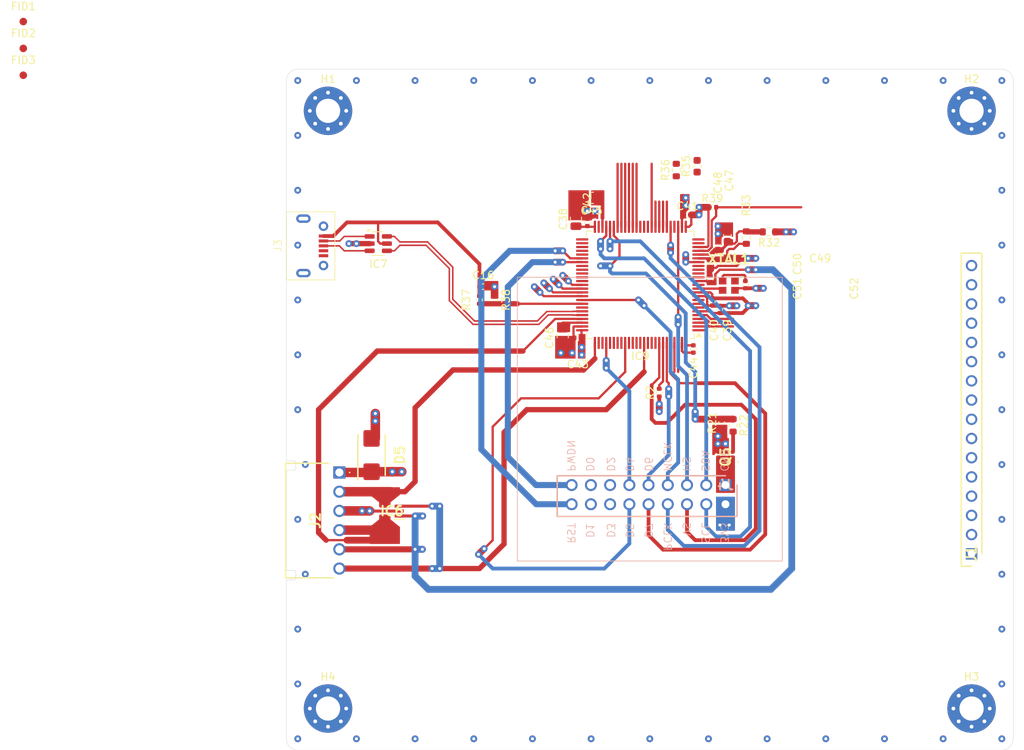
<source format=kicad_pcb>
(kicad_pcb (version 20240108) (generator "pcbnew") (generator_version "8.0")
  (layers (0 "F.Cu" signal) (1 "In1.Cu" signal) (2 "In2.Cu" signal) (31 "B.Cu" signal) (34 "B.Paste" user) (35 "F.Paste" user) (36 "B.SilkS" user "B.Silkscreen") (37 "F.SilkS" user "F.Silkscreen") (38 "B.Mask" user) (39 "F.Mask" user) (44 "Edge.Cuts" user))
  (net 0 "")
  (net 1 "/USB_OTG_HS_VBUS")
  (net 2 "GND")
  (net 3 "+3V3")
  (net 4 "/VCAP1")
  (net 5 "/VCAP2")
  (net 6 "/VDDA")
  (net 7 "/VREF+")
  (net 8 "/NRST")
  (net 9 "/SWCLK")
  (net 10 "/TRACE")
  (net 11 "/SWDIO")
  (net 12 "/USB_OTG_HS_D-")
  (net 13 "Net-(J3-D+)")
  (net 14 "Net-(J3-D-)")
  (net 15 "/USB_OTG_HS_D+")
  (net 16 "/D4")
  (net 20 "/D1")
  (net 21 "/CC1")
  (net 22 "/D3")
  (net 25 "/USB_VBUS")
  (net 27 "/D0")
  (net 31 "/VS")
  (net 40 "/FLT{slash}")
  (net 42 "/D5")
  (net 45 "/CAM_SCL")
  (net 47 "/MCLK")
  (net 48 "/INT_N")
  (net 50 "/D2")
  (net 51 "/COMMAND_DONE")
  (net 53 "/PWDN")
  (net 54 "/SCLK")
  (net 55 "/BOOT")
  (net 56 "/D6")
  (net 58 "/PCLK")
  (net 62 "/SDO")
  (net 64 "/SDI")
  (net 67 "/RST")
  (net 69 "/ADC_VBUS")
  (net 71 "/CAM_SDA")
  (net 72 "/NTC_2+")
  (net 76 "/nSEL")
  (net 77 "/nIRQ")
  (net 78 "/CC2")
  (net 80 "/HS")
  (net 81 "/RCC_OSC_IN")
  (net 82 "/CAM_3V3")
  (net 85 "/D7")
  (net 86 "/3V3")
  (net 87 "Net-(Q5-GATE)")
  (footprint "Resistor_SMD:R_0603_1608Metric" (layer "F.Cu") (at 138.75 71.5 180)
    (property "Reference" "R32")
    (property "Value" "0R")
  )
  (footprint "Capacitor_SMD:C_0402_1005Metric" (layer "F.Cu") (at 113.5 85.5 180)
    (property "Reference" "C43")
    (property "Value" "100n")
  )
  (footprint "Resistor_SMD:R_0603_1608Metric" (layer "F.Cu") (at 126.5 63.325 90)
    (property "Reference" "R36")
    (property "Value" "0R")
  )
  (footprint "SamacSys_Parts:RHDR16W82P0X254_1X16_4114X250X865P" (layer "F.Cu") (at 165.5 114.05 90)
    (property "Reference" "J1")
    (property "Value" "61301611821" (hide yes))
  )
  (footprint "Capacitor_SMD:C_0805_2012Metric" (layer "F.Cu") (at 115.3 67 180)
    (property "Reference" "C45")
    (property "Value" "2u2")
  )
  (footprint "Capacitor_SMD:C_0402_1005Metric" (layer "F.Cu") (at 128 69.25)
    (property "Reference" "C41")
    (property "Value" "100n")
  )
  (footprint "Resistor_SMD:R_0402_1005Metric" (layer "F.Cu") (at 124.25 92.75 90)
    (property "Reference" "R2")
    (property "Value" "10k")
  )
  (footprint "SamacSys_Parts:AbraconASDDV" (layer "F.Cu") (at 133.437 78.612 180)
    (property "Reference" "XTAL1")
    (property "Value" "ASDDV-8.000MHZ-LR-T" (hide yes))
  )
  (footprint "Capacitor_SMD:C_0603_1608Metric" (layer "F.Cu") (at 133.25 71.975 90)
    (property "Reference" "C47")
    (property "Value" "1u")
  )
  (footprint "Resistor_SMD:R_0402_1005Metric" (layer "F.Cu") (at 132.5 96.75 -90)
    (property "Reference" "R21")
    (property "Value" "100k")
  )
  (footprint "MountingHole:MountingHole_3.2mm_M3_Pad_Via" (layer "F.Cu") (at 165.5 55.5)
    (property "Reference" "H2")
    (property "Value" "MountingHole_Pad")
  )
  (footprint "SamacSys_Parts:22162060" (layer "F.Cu") (at 82 103.3 -90)
    (property "Reference" "J2")
    (property "Value" "22-16-2060" (hide yes))
  )
  (footprint "MountingHole:MountingHole_3.2mm_M3_Pad_Via" (layer "F.Cu") (at 80.5 55.5)
    (property "Reference" "H1")
    (property "Value" "MountingHole_Pad")
  )
  (footprint "Fiducial:Fiducial_1mm_Mask2mm" (layer "F.Cu") (at 40.25 50.8)
    (property "Reference" "FID3")
    (property "Value" "Fiducial")
  )
  (footprint "Capacitor_SMD:C_0402_1005Metric" (layer "F.Cu") (at 131 75.75 -90)
    (property "Reference" "C50")
    (property "Value" "100n")
  )
  (footprint "Capacitor_SMD:C_0805_2012Metric" (layer "F.Cu") (at 111.5 85.25 -90)
    (property "Reference" "C46")
    (property "Value" "2u2")
  )
  (footprint "Resistor_SMD:R_0603_1608Metric" (layer "F.Cu") (at 135.75 72.25 90)
    (property "Reference" "R33")
    (property "Value" "47R")
  )
  (footprint "Package_TO_SOT_SMD:SOT-23-6" (layer "F.Cu") (at 87.1375 73.05)
    (property "Reference" "IC7")
    (property "Value" "USBLC6-2SC6")
  )
  (footprint "Capacitor_SMD:C_0402_1005Metric" (layer "F.Cu") (at 132 73.27 90)
    (property "Reference" "C48")
    (property "Value" "100n")
  )
  (footprint "Resistor_SMD:R_0402_1005Metric" (layer "F.Cu") (at 102.5 80.49 90)
    (property "Reference" "R38")
    (property "Value" "3k3")
  )
  (footprint "SamacSys_Parts:MCR-B-S-RA-SMT-CS5A-NF-TR" (layer "F.Cu") (at 79.9 73.35 90)
    (property "Reference" "J3")
    (property "Value" "MCR-B-S-RA-SMT-CS5A-NF-TR")
  )
  (footprint "SamacSys_Parts:DMN1008UFDF7" (layer "F.Cu") (at 133 101.25 90)
    (property "Reference" "Q5")
    (property "Value" "DMN1008UFDF-7" (hide yes))
  )
  (footprint "Package_QFP:LQFP-100_14x14mm_P0.5mm" (layer "F.Cu") (at 121.75 78.5 180)
    (property "Reference" "IC9")
    (property "Value" "STM32H7A3VIT6")
  )
  (footprint "Capacitor_SMD:C_0603_1608Metric" (layer "F.Cu") (at 129.25 62.825 90)
    (property "Reference" "R35")
    (property "Value" "0R")
  )
  (footprint "Capacitor_SMD:C_0402_1005Metric" (layer "F.Cu") (at 131.27 80.75 -90)
    (property "Reference" "C40")
    (property "Value" "100n")
  )
  (footprint "MountingHole:MountingHole_3.2mm_M3_Pad_Via" (layer "F.Cu") (at 165.5 134.5)
    (property "Reference" "H3")
    (property "Value" "MountingHole_Pad")
  )
  (footprint "Capacitor_SMD:C_0603_1608Metric" (layer "F.Cu") (at 134 75)
    (property "Reference" "C49")
    (property "Value" "1u")
  )
  (footprint "Capacitor_SMD:C_0402_1005Metric" (layer "F.Cu") (at 131 77.75 90)
    (property "Reference" "C51")
    (property "Value" "100n")
  )
  (footprint "SamacSys_Parts:DIOM5436X265N" (layer "F.Cu") (at 86.25 101 90)
    (property "Reference" "D5")
    (property "Value" "SMLVT3V3" (hide yes))
  )
  (footprint "Capacitor_SMD:C_0402_1005Metric" (layer "F.Cu") (at 128.75 86.98 -90)
    (property "Reference" "C44")
    (property "Value" "100n")
  )
  (footprint "Capacitor_SMD:C_0402_1005Metric" (layer "F.Cu") (at 100.98 78.74 180)
    (property "Reference" "C16")
    (property "Value" "100n")
  )
  (footprint "Fiducial:Fiducial_1mm_Mask2mm" (layer "F.Cu") (at 40.25 43.7)
    (property "Reference" "FID1")
    (property "Value" "Fiducial")
  )
  (footprint "Fiducial:Fiducial_1mm_Mask2mm" (layer "F.Cu") (at 40.25 47.25)
    (property "Reference" "FID2")
    (property "Value" "Fiducial")
  )
  (footprint "Capacitor_SMD:C_0402_1005Metric" (layer "F.Cu") (at 114.75 70.25 90)
    (property "Reference" "C42")
    (property "Value" "100n")
  )
  (footprint "Resistor_SMD:R_0402_1005Metric" (layer "F.Cu") (at 131.25 68.25)
    (property "Reference" "R39")
    (property "Value" "10k")
  )
  (footprint "SamacSys_Parts:SOT65P210X110-5N" (layer "F.Cu") (at 88.95 108.4 180)
    (property "Reference" "IC6")
    (property "Value" "ESDALC6V1W5" (hide yes))
  )
  (footprint "Resistor_SMD:R_0603_1608Metric" (layer "F.Cu") (at 134 97.075 -90)
    (property "Reference" "R22")
    (property "Value" "169")
  )
  (footprint "Capacitor_SMD:C_0805_2012Metric" (layer "F.Cu") (at 113.25 69.8 90)
    (property "Reference" "C38")
    (property "Value" "4u7")
  )
  (footprint "Capacitor_SMD:C_0402_1005Metric" (layer "F.Cu") (at 135.624 78.474 90)
    (property "Reference" "C52")
    (property "Value" "10n")
  )
  (footprint "Capacitor_SMD:C_0402_1005Metric" (layer "F.Cu") (at 132.25 81.75 90)
    (property "Reference" "C39")
    (property "Value" "100n")
  )
  (footprint "Resistor_SMD:R_0402_1005Metric" (layer "F.Cu") (at 100.5 80.49 -90)
    (property "Reference" "R37")
    (property "Value" "1k69")
  )
  (footprint "MountingHole:MountingHole_3.2mm_M3_Pad_Via" (layer "F.Cu") (at 80.5 134.5)
    (property "Reference" "H4")
    (property "Value" "MountingHole_Pad")
  )
  (footprint "SamacSys_Parts:RHDR18W60P254_2X9_2337X500X889P" (layer "B.Cu") (at 133 104.96)
    (property "Reference" "J4")
    (property "Value" "RS2-18-G" (hide yes))
  )
  (gr_rect (start 105.5 77.5) (end 140.5 115) (stroke (width 0.1)) (fill none) (layer "B.SilkS"))
  (gr_arc (start 171 138.5) (mid 170.56066 139.56066) (end 169.5 140) (stroke (width 0.05)) (layer "Edge.Cuts"))
  (gr_arc (start 76.25 102.75) (mid 76.176777 102.926777) (end 76 103) (stroke (width 0.05)) (layer "Edge.Cuts"))
  (gr_arc (start 76.5 140) (mid 75.43934 139.56066) (end 75 138.5) (stroke (width 0.05)) (layer "Edge.Cuts"))
  (gr_line (start 75 103) (end 76 103) (stroke (width 0.05)) (layer "Edge.Cuts"))
  (gr_line (start 76.25 102) (end 76.25 102.75) (stroke (width 0.05)) (layer "Edge.Cuts"))
  (gr_line (start 75 51.5) (end 75 101.75) (stroke (width 0.05)) (layer "Edge.Cuts"))
  (gr_line (start 75 117.5) (end 76 117.5) (stroke (width 0.05)) (layer "Edge.Cuts"))
  (gr_line (start 171 51.5) (end 171 138.5) (stroke (width 0.05)) (layer "Edge.Cuts"))
  (gr_arc (start 169.5 50) (mid 170.56066 50.43934) (end 171 51.5) (stroke (width 0.05)) (layer "Edge.Cuts"))
  (gr_arc (start 76 116.25) (mid 76.176777 116.323223) (end 76.25 116.5) (stroke (width 0.05)) (layer "Edge.Cuts"))
  (gr_line (start 75 101.75) (end 76 101.75) (stroke (width 0.05)) (layer "Edge.Cuts"))
  (gr_arc (start 75 51.5) (mid 75.43934 50.43934) (end 76.5 50) (stroke (width 0.05)) (layer "Edge.Cuts"))
  (gr_line (start 75 103) (end 75 116.25) (stroke (width 0.05)) (layer "Edge.Cuts"))
  (gr_line (start 76.25 116.5) (end 76.25 117.25) (stroke (width 0.05)) (layer "Edge.Cuts"))
  (gr_arc (start 76.25 117.25) (mid 76.176777 117.426777) (end 76 117.5) (stroke (width 0.05)) (layer "Edge.Cuts"))
  (gr_arc (start 76 101.75) (mid 76.176777 101.823223) (end 76.25 102) (stroke (width 0.05)) (layer "Edge.Cuts"))
  (gr_line (start 76.5 50) (end 169.5 50) (stroke (width 0.05)) (layer "Edge.Cuts"))
  (gr_line (start 75 117.5) (end 75 138.5) (stroke (width 0.05)) (layer "Edge.Cuts"))
  (gr_line (start 75 116.25) (end 76 116.25) (stroke (width 0.05)) (layer "Edge.Cuts"))
  (gr_line (start 169.5 140) (end 76.5 140) (stroke (width 0.05)) (layer "Edge.Cuts"))
  (gr_text "MCLK" (at 124.75 103.25 270) (layer "B.SilkS") (effects (font (size 1 1) (thickness 0.1)) (justify left bottom mirror)))
  (gr_text "D2" (at 117.25 103.25 270) (layer "B.SilkS") (effects (font (size 1 1) (thickness 0.1)) (justify left bottom mirror)))
  (gr_text "D7" (at 122.25 112 270) (layer "B.SilkS") (effects (font (size 1 1) (thickness 0.1)) (justify left bottom mirror)))
  (gr_text "HS" (at 127.25 103.25 270) (layer "B.SilkS") (effects (font (size 1 1) (thickness 0.1)) (justify left bottom mirror)))
  (gr_text "VS" (at 127.25 111.75 270) (layer "B.SilkS") (effects (font (size 1 1) (thickness 0.1)) (justify left bottom mirror)))
  (gr_text "RST" (at 112 112.75 270) (layer "B.SilkS") (effects (font (size 1 1) (thickness 0.1)) (justify left bottom mirror)))
  (gr_text "D1" (at 114.5 112 270) (layer "B.SilkS") (effects (font (size 1 1) (thickness 0.1)) (justify left bottom mirror)))
  (gr_text "PWDN" (at 112 103.25 -90) (layer "B.SilkS") (effects (font (size 1 1) (thickness 0.1)) (justify left bottom mirror)))
  (gr_text "3V3" (at 132.25 112.75 -90) (layer "B.SilkS") (effects (font (size 1 1) (thickness 0.1)) (justify left bottom mirror)))
  (gr_text "D5" (at 119.75 112 270) (layer "B.SilkS") (effects (font (size 1 1) (thickness 0.1)) (justify left bottom mirror)))
  (gr_text "D6" (at 122.25 103.25 270) (layer "B.SilkS") (effects (font (size 1 1) (thickness 0.1)) (justify left bottom mirror)))
  (gr_text "GND" (at 132.25 103.25 270) (layer "B.SilkS") (effects (font (size 1 1) (thickness 0.1)) (justify left bottom mirror)))
  (gr_text "D3" (at 117.25 112 270) (layer "B.SilkS") (effects (font (size 1 1) (thickness 0.1)) (justify left bottom mirror)))
  (gr_text "SDA" (at 129.75 103.25 270) (layer "B.SilkS") (effects (font (size 1 1) (thickness 0.1)) (justify left bottom mirror)))
  (gr_text "D4" (at 119.75 103.25 270) (layer "B.SilkS") (effects (font (size 1 1) (thickness 0.1)) (justify left bottom mirror)))
  (gr_text "SCL" (at 129.75 112.75 270) (layer "B.SilkS") (effects (font (size 1 1) (thickness 0.1)) (justify left bottom mirror)))
  (gr_text "PCLK" (at 124.75 113.75 270) (layer "B.SilkS") (effects (font (size 1 1) (thickness 0.1)) (justify left bottom mirror)))
  (gr_text "D0" (at 114.5 103.25 -90) (layer "B.SilkS") (effects (font (size 1 1) (thickness 0.1)) (justify left bottom mirror)))
  (segment (start 87.4125 73.05) (end 87.1125 72.75) (width 0.3) (layer "F.Cu") (net 1))
  (segment (start 95 70.25) (end 100.5 75.75) (width 0.5) (layer "F.Cu") (net 1))
  (segment (start 88.275 73.05) (end 87.4125 73.05) (width 0.3) (layer "F.Cu") (net 1))
  (segment (start 81.2 72.05) (end 83 70.25) (width 0.5) (layer "F.Cu") (net 1))
  (segment (start 83 70.25) (end 95 70.25) (width 0.5) (layer "F.Cu") (net 1))
  (segment (start 79.9 72.05) (end 81.2 72.05) (width 0.5) (layer "F.Cu") (net 1))
  (segment (start 100.5 75.75) (end 100.5 78.75) (width 0.5) (layer "F.Cu") (net 1))
  (segment (start 87.1125 72.75) (end 87.1125 70.3875) (width 0.3) (layer "F.Cu") (net 1))
  (segment (start 100.5 78.74) (end 100.5 79.98) (width 0.5) (layer "F.Cu") (net 1))
  (segment (start 130.75 81.25) (end 131.23 81.25) (width 0.3) (layer "F.Cu") (net 2))
  (segment (start 82 108.38) (end 85 108.38) (width 1.25) (layer "F.Cu") (net 2))
  (segment (start 130.575 81.075) (end 130.75 81.25) (width 0.3) (layer "F.Cu") (net 2))
  (segment (start 132.8 77.2) (end 132.624 77.376) (width 0.3) (layer "F.Cu") (net 2))
  (segment (start 124.25 94.25) (end 124.25 95.25) (width 0.9) (layer "F.Cu") (net 2))
  (segment (start 132.25 81.27) (end 131.29 81.27) (width 0.5) (layer "F.Cu") (net 2))
  (segment (start 124.25 93.26) (end 124.25 94) (width 0.5) (layer "F.Cu") (net 2))
  (segment (start 131.23 81.25) (end 131.25 81.23) (width 0.3) (layer "F.Cu") (net 2))
  (segment (start 129.5 68.25) (end 129.5 68.75) (width 0.9) (layer "F.Cu") (net 2))
  (segment (start 133 100.56) (end 133 99.5) (width 0.5) (layer "F.Cu") (net 2))
  (segment (start 127.75 75.5) (end 127.75 74.5) (width 0.9) (layer "F.Cu") (net 2))
  (segment (start 84.25 73.05) (end 83.25 73.05) (width 0.7) (layer "F.Cu") (net 2))
  (segment (start 135.462 77.2) (end 132.8 77.2) (width 0.3) (layer "F.Cu") (net 2))
  (segment (start 132.062 100.6) (end 132.062 99.562) (width 0.5) (layer "F.Cu") (net 2))
  (segment (start 130.60387 73.5) (end 130.75 73.35387) (width 0.3) (layer "F.Cu") (net 2))
  (segment (start 129.425 80) (end 130.32812 80) (width 0.3) (layer "F.Cu") (net 2))
  (segment (start 128.48 69.25) (end 129.5 69.25) (width 0.9) (layer "F.Cu") (net 2))
  (segment (start 113 84) (end 114.075 84) (width 0.3) (layer "F.Cu") (net 2))
  (segment (start 86.02 108.4) (end 86 108.38) (width 0.4) (layer "F.Cu") (net 2))
  (segment (start 112.925 85.405) (end 112.925 84.075) (width 0.3) (layer "F.Cu") (net 2))
  (segment (start 130.75 68.26) (end 130.74 68.25) (width 0.3) (layer "F.Cu") (net 2))
  (segment (start 112.925 84.075) (end 113 84) (width 0.3) (layer "F.Cu") (net 2))
  (segment (start 131 76.23) (end 131.02 76.25) (width 0.3) (layer "F.Cu") (net 2))
  (segment (start 131.29 81.27) (end 131.25 81.23) (width 0.5) (layer "F.Cu") (net 2))
  (segment (start 127.46 87.46) (end 127.25 87.25) (width 0.3) (layer "F.Cu") (net 2))
  (segment (start 86.75 96.5) (end 86.75 95.5) (width 1.25) (layer "F.Cu") (net 2))
  (segment (start 133 100.56) (end 132.102 100.56) (width 0.5) (layer "F.Cu") (net 2))
  (segment (start 136 75) (end 137 75) (width 0.9) (layer "F.Cu") (net 2))
  (segment (start 131.75 76.25) (end 132 76) (width 0.3) (layer "F.Cu") (net 2))
  (segment (start 132.624 77.376) (end 132.624 78) (width 0.3) (layer "F.Cu") (net 2))
  (segment (start 85 108.38) (end 86 108.38) (width 1.25) (layer "F.Cu") (net 2))
  (segment (start 86 73.05) (end 84.25 73.05) (width 0.7) (layer "F.Cu") (net 2))
  (segment (start 132.062 99.562) (end 132 99.5) (width 0.5) (layer "F.Cu") (net 2))
  (segment (start 134.5 76) (end 134.775 75.725) (width 0.3) (layer "F.Cu") (net 2))
  (segment (start 86.75 98.8) (end 86.75 96.5) (width 1.25) (layer "F.Cu") (net 2))
  (segment (start 130.75 73.35387) (end 130.75 68.26) (width 0.3) (layer "F.Cu") (net 2))
  (segment (start 128.19375 70.825) (end 128.48 70.53875) (width 0.3) (layer "F.Cu") (net 2))
  (segment (start 128.48 70.53875) (end 128.48 69.25) (width 0.3) (layer "F.Cu") (net 2))
  (segment (start 129.425 73.5) (end 130.60387 73.5) (width 0.3) (layer "F.Cu") (net 2))
  (segment (start 132.102 100.56) (end 132.062 100.6) (width 0.5) (layer "F.Cu") (net 2))
  (segment (start 128.75 87.46) (end 127.46 87.46) (width 0.3) (layer "F.Cu") (net 2))
  (segment (start 113.02 85.5) (end 112.925 85.405) (width 0.3) (layer "F.Cu") (net 2))
  (segment (start 135.624 77.994) (end 135.624 77.362) (width 0.3) (layer "F.Cu") (net 2))
  (segment (start 131 77.27) (end 131 76.23) (width 0.3) (layer "F.Cu") (net 2))
  (segment (start 129.425 75.5) (end 127.75 75.5) (width 0.3) (layer "F.Cu") (net 2))
  (segment (start 132 76) (end 134.5 76) (width 0.3) (layer "F.Cu") (net 2))
  (segment (start 136 75) (end 134.775 75) (width 0.9) (layer "F.Cu") (net 2))
  (segment (start 127.25 87.25) (end 127.25 86.175) (width 0.3) (layer "F.Cu") (net 2))
  (segment (start 132.25 81.27) (end 133.5 81.27) (width 0.5) (layer "F.Cu") (net 2))
  (segment (start 130.32812 80) (end 130.575 80.24688) (width 0.3) (layer "F.Cu") (net 2))
  (segment (start 124.25 94) (end 124.25 94.25) (width 0.5) (layer "F.Cu") (net 2))
  (segment (start 129.5 69.25) (end 129.5 68.25) (width 0.9) (layer "F.Cu") (net 2))
  (segment (start 130.575 80.24688) (end 130.575 81.075) (width 0.3) (layer "F.Cu") (net 2))
  (segment (start 134.775 75.725) (end 134.775 75) (width 0.3) (layer "F.Cu") (net 2))
  (segment (start 131.02 76.25) (end 131.75 76.25) (width 0.3) (layer "F.Cu") (net 2))
  (segment (start 89.9 108.4) (end 86.02 108.4) (width 0.4) (layer "F.Cu") (net 2))
  (segment (start 127.75 70.825) (end 128.19375 70.825) (width 0.3) (layer "F.Cu") (net 2))
  (segment (start 129.5 68.25) (end 130.74 68.25) (width 0.9) (layer "F.Cu") (net 2))
  (segment (start 135.624 77.362) (end 135.462 77.2) (width 0.3) (layer "F.Cu") (net 2))
  (segment (start 134.5 81.27) (end 133.5 81.27) (width 0.9) (layer "F.Cu") (net 2))
  (via (at 138.5 138.5) (size 0.9) (drill 0.4) (layers "F.Cu" "B.Cu") (net 2))
  (via (at 76.5 131.25) (size 0.9) (drill 0.4) (layers "F.Cu" "B.Cu") (net 2))
  (via (at 129.5 68.25) (size 0.9) (drill 0.4) (layers "F.Cu" "B.Cu") (net 2))
  (via (at 132 99.5) (size 0.9) (drill 0.4) (layers "F.Cu" "B.Cu") (net 2))
  (via (at 76.5 109.5) (size 0.9) (drill 0.4) (layers "F.Cu" "B.Cu") (net 2))
  (via (at 86.75 95.5) (size 0.9) (drill 0.4) (layers "F.Cu" "B.Cu") (net 2))
  (via (at 154 138.5) (size 0.9) (drill 0.4) (layers "F.Cu" "B.Cu") (net 2))
  (via (at 146.25 51.5) (size 0.9) (drill 0.4) (layers "F.Cu" "B.Cu") (net 2))
  (via (at 99.75 138.5) (size 0.9) (drill 0.4) (layers "F.Cu" "B.Cu") (net 2))
  (via (at 169.5 73.25) (size 0.9) (drill 0.4) (layers "F.Cu" "B.Cu") (net 2))
  (via (at 169.5 87.75) (size 0.9) (drill 0.4) (layers "F.Cu" "B.Cu") (net 2))
  (via (at 86.75 96.5) (size 0.9) (drill 0.4) (layers "F.Cu" "B.Cu") (net 2))
  (via (at 129.5 69.25) (size 0.9) (drill 0.4) (layers "F.Cu" "B.Cu") (net 2))
  (via (at 130.75 138.5) (size 0.9) (drill 0.4) (layers "F.Cu" "B.Cu") (net 2))
  (via (at 127.75 74.5) (size 0.9) (drill 0.4) (layers "F.Cu" "B.Cu") (net 2))
  (via (at 161.75 138.5) (size 0.9) (drill 0.4) (layers "F.Cu" "B.Cu") (net 2))
  (via (at 76.5 58.75) (size 0.9) (drill 0.4) (layers "F.Cu" "B.Cu") (net 2))
  (via (at 133.5 81.27) (size 0.9) (drill 0.4) (layers "F.Cu" "B.Cu") (net 2))
  (via (at 76.5 66) (size 0.9) (drill 0.4) (layers "F.Cu" "B.Cu") (net 2))
  (via (at 76.5 80.5) (size 0.9) (drill 0.4) (layers "F.Cu" "B.Cu") (net 2))
  (via (at 161.75 51.5) (size 0.9) (drill 0.4) (layers "F.Cu" "B.Cu") (net 2))
  (via (at 123 51.5) (size 0.9) (drill 0.4) (layers "F.Cu" "B.Cu") (net 2))
  (via (at 146.25 138.5) (size 0.9) (drill 0.4) (layers "F.Cu" "B.Cu") (net 2))
  (via (at 132 71.75) (size 0.9) (drill 0.4) (layers "F.Cu" "B.Cu") (net 2))
  (via (at 169.5 80.5) (size 0.9) (drill 0.4) (layers "F.Cu" "B.Cu") (net 2))
  (via (at 115.25 51.5) (size 0.9) (drill 0.4) (layers "F.Cu" "B.Cu") (net 2))
  (via (at 169.5 66) (size 0.9) (drill 0.4) (layers "F.Cu" "B.Cu") (net 2))
  (via (at 169.5 109.5) (size 0.9) (drill 0.4) (layers "F.Cu" "B.Cu") (net 2))
  (via (at 169.5 95) (size 0.9) (drill 0.4) (layers "F.Cu" "B.Cu") (net 2))
  (via (at 132 98.5) (size 0.9) (drill 0.4) (layers "F.Cu" "B.Cu") (net 2))
  (via (at 84.25 73.05) (size 0.9) (drill 0.4) (layers "F.Cu" "B.Cu") (net 2))
  (via (at 136 75) (size 0.9) (drill 0.4) (layers "F.Cu" "B.Cu") (net 2))
  (via (at 169.5 116.75) (size 0.9) (drill 0.4) (layers "F.Cu" "B.Cu") (net 2))
  (via (at 92 138.5) (size 0.9) (drill 0.4) (layers "F.Cu" "B.Cu") (net 2))
  (via (at 92 51.5) (size 0.9) (drill 0.4) (layers "F.Cu" "B.Cu") (net 2))
  (via (at 77.5 102.25) (size 0.9) (drill 0.4) (layers "F.Cu" "B.Cu") (net 2))
  (via (at 169.5 102.25) (size 0.9) (drill 0.4) (layers "F.Cu" "B.Cu") (net 2))
  (via (at 76.5 87.75) (size 0.9) (drill 0.4) (layers "F.Cu" "B.Cu") (net 2))
  (via (at 76.5 95) (size 0.9) (drill 0.4) (layers "F.Cu" "B.Cu") (net 2))
  (via (at 123 138.5) (size 0.9) (drill 0.4) (layers "F.Cu" "B.Cu") (net 2))
  (via (at 111.25 87.5) (size 0.9) (drill 0.4) (layers "F.Cu" "B.Cu") (net 2))
  (via (at 132 70.75) (size 0.9) (drill 0.4) (layers "F.Cu" "B.Cu") (net 2))
  (via (at 124.25 94.25) (size 0.9) (drill 0.4) (layers "F.Cu" "B.Cu") (net 2))
  (via (at 169.5 131.25) (size 0.9) (drill 0.4) (layers "F.Cu" "B.Cu") (net 2))
  (via (at 127.75 75.5) (size 0.9) (drill 0.4) (layers "F.Cu" "B.Cu") (net 2))
  (via (at 115.75 68.75) (size 0.9) (drill 0.4) (layers "F.Cu" "B.Cu") (net 2))
  (via (at 84.25 51.5) (size 0.9) (drill 0.4) (layers "F.Cu" "B.Cu") (net 2))
  (via (at 83.25 73.05) (size 0.9) (drill 0.4) (layers "F.Cu" "B.Cu") (net 2))
  (via (at 130.75 51.5) (size 0.9) (drill 0.4) (layers "F.Cu" "B.Cu") (net 2))
  (via (at 85 108.38) (size 0.9) (drill 0.4) (layers "F.Cu" "B.Cu") (net 2))
  (via (at 169.5 124) (size 0.9) (drill 0.4) (layers "F.Cu" "B.Cu") (net 2))
  (via (at 133 99.5) (size 0.9) (drill 0.4) (layers "F.Cu" "B.Cu") (net 2))
  (via (at 99.75 51.5) (size 0.9) (drill 0.4) (layers "F.Cu" "B.Cu") (net 2))
  (via (at 154 51.5) (size 0.9) (drill 0.4) (layers "F.Cu" "B.Cu") (net 2))
  (via (at 107.5 138.5) (size 0.9) (drill 0.4) (layers "F.Cu" "B.Cu") (net 2))
  (via (at 114.75 68.75) (size 0.9) (drill 0.4) (layers "F.Cu" "B.Cu") (net 2))
  (via (at 137 75) (size 0.9) (drill 0.4) (layers "F.Cu" "B.Cu") (net 2))
  (via (at 112.75 87.5) (size 0.9) (drill 0.4) (layers "F.Cu" "B.Cu") (net 2))
  (via (at 84.25 138.5) (size 0.9) (drill 0.4) (layers "F.Cu" "B.Cu") (net 2))
  (via (at 102.5 78.74) (size 0.9) (drill 0.4) (layers "F.Cu" "B.Cu") (net 2))
  (via (at 76.5 73.25) (size 0.9) (drill 0.4) (layers "F.Cu" "B.Cu") (net 2))
  (via (at 76.5 51.5) (size 0.9) (drill 0.4) (layers "F.Cu" "B.Cu") (net 2))
  (via (at 76.5 124) (size 0.9) (drill 0.4) (layers "F.Cu" "B.Cu") (net 2))
  (via (at 86 108.38) (size 0.9) (drill 0.4) (layers "F.Cu" "B.Cu") (net 2))
  (via (at 169.5 138.5) (size 0.9) (drill 0.4) (layers "F.Cu" "B.Cu") (net 2))
  (via (at 107.5 51.5) (size 0.9) (drill 0.4) (layers "F.Cu" "B.Cu") (net 2))
  (via (at 169.5 51.5) (size 0.9) (drill 0.4) (layers "F.Cu" "B.Cu") (net 2))
  (via (at 115.25 138.5) (size 0.9) (drill 0.4) (layers "F.Cu" "B.Cu") (net 2))
  (via (at 138.5 51.5) (size 0.9) (drill 0.4) (layers "F.Cu" "B.Cu") (net 2))
  (via (at 76.5 138.5) (size 0.9) (drill 0.4) (layers "F.Cu" "B.Cu") (net 2))
  (via (at 77.5 116.75) (size 0.9) (drill 0.4) (layers "F.Cu" "B.Cu") (net 2))
  (via (at 124.25 95.25) (size 0.9) (drill 0.4) (layers "F.Cu" "B.Cu") (net 2))
  (via (at 134.5 81.27) (size 0.9) (drill 0.4) (layers "F.Cu" "B.Cu") (net 2))
  (via (at 169.5 58.75) (size 0.9) (drill 0.4) (layers "F.Cu" "B.Cu") (net 2))
  (segment (start 135.624 78.954) (end 134.52 78.954) (width 0.3) (layer "F.Cu") (net 3))
  (segment (start 86.75 103.2) (end 86.65 103.3) (width 1.25) (layer "F.Cu") (net 3))
  (segment (start 135.29 80.29) (end 136 81) (width 0.5) (layer "F.Cu") (net 3))
  (segment (start 127.25 69.52) (end 127.52 69.25) (width 0.3) (layer "F.Cu") (net 3))
  (segment (start 114.73 70.75) (end 114.75 70.73) (width 0.3) (layer "F.Cu") (net 3))
  (segment (start 131.23 82.23) (end 132.25 82.23) (width 0.3) (layer "F.Cu") (net 3))
  (segment (start 135.624 78.954) (end 137 78.954) (width 0.5) (layer "F.Cu") (net 3))
  (segment (start 131.25 80.27) (end 131.27 80.29) (width 0.5) (layer "F.Cu") (net 3))
  (segment (start 127.75 86.175) (end 127.75 86.5) (width 0.3) (layer "F.Cu") (net 3))
  (segment (start 135.27 82.23) (end 132.25 82.23) (width 0.5) (layer "F.Cu") (net 3))
  (segment (start 113.98 85.5) (end 113.98 84.595) (width 0.3) (layer "F.Cu") (net 3))
  (segment (start 115.75 70.825) (end 113.325 70.825) (width 0.3) (layer "F.Cu") (net 3))
  (segment (start 136 81) (end 136 81.25) (width 0.5) (layer "F.Cu") (net 3))
  (segment (start 136 81.5) (end 135.27 82.23) (width 0.5) (layer "F.Cu") (net 3))
  (segment (start 127.75 86.5) (end 128.75 86.5) (width 0.3) (layer "F.Cu") (net 3))
  (segment (start 141 71.5) (end 142 71.5) (width 0.9) (layer "F.Cu") (net 3))
  (segment (start 113.25 70.75) (end 113.27 70.73) (width 0.3) (layer "F.Cu") (net 3))
  (segment (start 129.425 79.5) (end 131 79.5) (width 0.3) (layer "F.Cu") (net 3))
  (segment (start 136 81.25) (end 136 81.5) (width 0.5) (layer "F.Cu") (net 3))
  (segment (start 137 78.954) (end 138 78.954) (width 0.9) (layer "F.Cu") (net 3))
  (segment (start 86.65 103.3) (end 82 103.3) (width 1.25) (layer "F.Cu") (net 3))
  (segment (start 132.23 82.25) (end 132.25 82.23) (width 0.3) (layer "F.Cu") (net 3))
  (segment (start 129.425 82) (end 131 82) (width 0.3) (layer "F.Cu") (net 3))
  (segment (start 131 82) (end 131.23 82.23) (width 0.3) (layer "F.Cu") (net 3))
  (segment (start 90.25 103.2) (end 89 103.2) (width 1.25) (layer "F.Cu") (net 3))
  (segment (start 113.98 84.595) (end 114.075 84.5) (width 0.3) (layer "F.Cu") (net 3))
  (segment (start 131.27 80.29) (end 135.29 80.29) (width 0.5) (layer "F.Cu") (net 3))
  (segment (start 134.52 78.954) (end 134.25 79.224) (width 0.3) (layer "F.Cu") (net 3))
  (segment (start 131.23 80.25) (end 131.25 80.27) (width 0.3) (layer "F.Cu") (net 3))
  (segment (start 136 81.25) (end 137 81.25) (width 0.9) (layer "F.Cu") (net 3))
  (segment (start 89 103.2) (end 86.75 103.2) (width 1.25) (layer "F.Cu") (net 3))
  (segment (start 139.575 71.5) (end 141 71.5) (width 0.9) (layer "F.Cu") (net 3))
  (segment (start 131.25 79.75) (end 131.25 80.27) (width 0.3) (layer "F.Cu") (net 3))
  (segment (start 131 79.5) (end 131.25 79.75) (width 0.3) (layer "F.Cu") (net 3))
  (segment (start 127.25 70.825) (end 127.25 69.52) (width 0.3) (layer "F.Cu") (net 3))
  (segment (start 113.325 70.825) (end 113.25 70.75) (width 0.3) (layer "F.Cu") (net 3))
  (via (at 138 78.954) (size 0.9) (drill 0.4) (layers "F.Cu" "B.Cu") (net 3))
  (via (at 89 103.2) (size 0.9) (drill 0.4) (layers "F.Cu" "B.Cu") (net 3))
  (via (at 114 87.75) (size 0.9) (drill 0.4) (layers "F.Cu" "B.Cu") (net 3))
  (via (at 141 71.5) (size 0.9) (drill 0.4) (layers "F.Cu" "B.Cu") (net 3))
  (via (at 127.75 67) (size 0.9) (drill 0.4) (layers "F.Cu" "B.Cu") (net 3))
  (via (at 127.75 68) (size 0.9) (drill 0.4) (layers "F.Cu" "B.Cu") (net 3))
  (via (at 137 78.954) (size 0.9) (drill 0.4) (layers "F.Cu" "B.Cu") (net 3))
  (via (at 90.25 103.2) (size 0.9) (drill 0.4) (layers "F.Cu" "B.Cu") (net 3))
  (via (at 142 71.5) (size 0.9) (drill 0.4) (layers "F.Cu" "B.Cu") (net 3))
  (via (at 137 81.25) (size 0.9) (drill 0.4) (layers "F.Cu" "B.Cu") (net 3))
  (via (at 114 86.75) (size 0.9) (drill 0.4) (layers "F.Cu" "B.Cu") (net 3))
  (via (at 136 81.25) (size 0.9) (drill 0.4) (layers "F.Cu" "B.Cu") (net 3))
  (via (at 132.25 110.25) (size 0.9) (drill 0.4) (layers "F.Cu" "B.Cu") (net 3))
  (via (at 133.5 110.25) (size 0.9) (drill 0.4) (layers "F.Cu" "B.Cu") (net 3))
  (segment (start 116.25 67) (end 116.75 67) (width 0.3) (layer "F.Cu") (net 4))
  (segment (start 116.75 67) (end 116.75 70.825) (width 0.3) (layer "F.Cu") (net 4))
  (segment (start 111.5 83.5) (end 114.075 83.5) (width 0.3) (layer "F.Cu") (net 5))
  (segment (start 111.5 84.3) (end 111.5 83.5) (width 0.3) (layer "F.Cu") (net 5))
  (segment (start 134.5 72.75) (end 134.2 73.05) (width 0.3) (layer "F.Cu") (net 6))
  (segment (start 137.925 71.5) (end 135.825 71.5) (width 0.7) (layer "F.Cu") (net 6))
  (segment (start 135.825 71.5) (end 135.75 71.425) (width 0.7) (layer "F.Cu") (net 6))
  (segment (start 132 73.75) (end 131.56161 73.75) (width 0.3) (layer "F.Cu") (net 6))
  (segment (start 130.81161 74.5) (end 129.425 74.5) (width 0.3) (layer "F.Cu") (net 6))
  (segment (start 135.75 71.425) (end 134.825 71.425) (width 0.3) (layer "F.Cu") (net 6))
  (segment (start 131.56161 73.75) (end 130.81161 74.5) (width 0.3) (layer "F.Cu") (net 6))
  (segment (start 134.825 71.425) (end 134.5 71.75) (width 0.3) (layer "F.Cu") (net 6))
  (segment (start 134.2 73.05) (end 133.25 73.05) (width 0.3) (layer "F.Cu") (net 6))
  (segment (start 134.5 71.75) (end 134.5 72.75) (width 0.3) (layer "F.Cu") (net 6))
  (segment (start 131 75.27) (end 131 75) (width 0.3) (layer "F.Cu") (net 7))
  (segment (start 131.27 75) (end 131 75.27) (width 0.3) (layer "F.Cu") (net 7))
  (segment (start 131 75) (end 129.425 75) (width 0.3) (layer "F.Cu") (net 7))
  (segment (start 133.5 73.75) (end 133.225 74.025) (width 0.3) (layer "F.Cu") (net 7))
  (segment (start 134.10387 73.75) (end 133.5 73.75) (width 0.3) (layer "F.Cu") (net 7))
  (segment (start 133.225 75) (end 129.425 75) (width 0.3) (layer "F.Cu") (net 7))
  (segment (start 134.77887 73.075) (end 134.10387 73.75) (width 0.3) (layer "F.Cu") (net 7))
  (segment (start 133.225 74.025) (end 133.225 74.75) (width 0.3) (layer "F.Cu") (net 7))
  (segment (start 135.75 73.075) (end 134.77887 73.075) (width 0.3) (layer "F.Cu") (net 7))
  (segment (start 132.25 76.5) (end 136 76.5) (width 0.3) (layer "F.Cu") (net 8))
  (segment (start 92 109.05) (end 93 109.05) (width 0.9) (layer "F.Cu") (net 8))
  (segment (start 82 113.46) (end 92.96 113.46) (width 0.8) (layer "F.Cu") (net 8))
  (segment (start 131.66 77.09) (end 132.25 76.5) (width 0.3) (layer "F.Cu") (net 8))
  (segment (start 131.66 78.05) (end 131.66 77.09) (width 0.3) (layer "F.Cu") (net 8))
  (segment (start 131 78.23) (end 131 78) (width 0.3) (layer "F.Cu") (net 8))
  (segment (start 131.48 78.23) (end 131.66 78.05) (width 0.3) (layer "F.Cu") (net 8))
  (segment (start 131 78.23) (end 131.48 78.23) (width 0.3) (layer "F.Cu") (net 8))
  (segment (start 136 76.5) (end 137 76.5) (width 0.9) (layer "F.Cu") (net 8))
  (segment (start 92 109.05) (end 89.9 109.05) (width 0.4) (layer "F.Cu") (net 8))
  (segment (start 92 113.46) (end 92.96 113.46) (width 0.9) (layer "F.Cu") (net 8))
  (segment (start 131 78) (end 129.425 78) (width 0.3) (layer "F.Cu") (net 8))
  (via (at 93 109.05) (size 0.9) (drill 0.4) (layers "F.Cu" "B.Cu") (net 8))
  (via (at 92 113.46) (size 0.9) (drill 0.4) (layers "F.Cu" "B.Cu") (net 8))
  (via (at 137 76.5) (size 0.9) (drill 0.4) (layers "F.Cu" "B.Cu") (net 8))
  (via (at 92 109.05) (size 0.9) (drill 0.4) (layers "F.Cu" "B.Cu") (net 8))
  (via (at 92.96 113.46) (size 0.9) (drill 0.4) (layers "F.Cu" "B.Cu") (net 8))
  (via (at 136 76.5) (size 0.9) (drill 0.4) (layers "F.Cu" "B.Cu") (net 8))
  (segment (start 141.75 116) (end 141.75 79) (width 0.9) (layer "B.Cu") (net 8))
  (segment (start 93.75 118.75) (end 139 118.75) (width 0.9) (layer "B.Cu") (net 8))
  (segment (start 141.75 79) (end 139.25 76.5) (width 0.9) (layer "B.Cu") (net 8))
  (segment (start 92 113.46) (end 92 117) (width 0.9) (layer "B.Cu") (net 8))
  (segment (start 92.96 113.46) (end 92 113.46) (width 0.9) (layer "B.Cu") (net 8))
  (segment (start 139 118.75) (end 141.75 116) (width 0.9) (layer "B.Cu") (net 8))
  (segment (start 92 109.05) (end 92 113.46) (width 0.9) (layer "B.Cu") (net 8))
  (segment (start 92 109.05) (end 93 109.05) (width 0.9) (layer "B.Cu") (net 8))
  (segment (start 92 117) (end 93.75 118.75) (width 0.9) (layer "B.Cu") (net 8))
  (segment (start 139.25 76.5) (end 137 76.5) (width 0.9) (layer "B.Cu") (net 8))
  (segment (start 115.75 88.25) (end 114.25 89.75) (width 0.7) (layer "F.Cu") (net 9))
  (segment (start 97 89.75) (end 92 94.75) (width 0.7) (layer "F.Cu") (net 9))
  (segment (start 114.25 89.75) (end 97 89.75) (width 0.7) (layer "F.Cu") (net 9))
  (segment (start 90.66 105.84) (end 88.75 105.84) (width 0.7) (layer "F.Cu") (net 9))
  (segment (start 92 94.75) (end 92 104.5) (width 0.7) (layer "F.Cu") (net 9))
  (segment (start 115.75 88.25) (end 115.75 86.175) (width 0.3) (layer "F.Cu") (net 9))
  (segment (start 92 104.5) (end 90.66 105.84) (width 0.7) (layer "F.Cu") (net 9))
  (segment (start 82 105.84) (end 88.75 105.84) (width 1.25) (layer "F.Cu") (net 9))
  (segment (start 95.25 116) (end 100.5 116) (width 0.7) (layer "F.Cu") (net 10))
  (segment (start 89.9 107.75) (end 94.25 107.75) (width 0.4) (layer "F.Cu") (net 10))
  (segment (start 100.5 116) (end 103.75 112.75) (width 0.7) (layer "F.Cu") (net 10))
  (segment (start 94.25 107.75) (end 95.25 107.75) (width 0.9) (layer "F.Cu") (net 10))
  (segment (start 117.25 95) (end 106.75 95) (width 0.7) (layer "F.Cu") (net 10))
  (segment (start 103.75 112.75) (end 103.75 98) (width 0.7) (layer "F.Cu") (net 10))
  (segment (start 82 116) (end 95.25 116) (width 0.8) (layer "F.Cu") (net 10))
  (segment (start 103.75 98) (end 106.75 95) (width 0.7) (layer "F.Cu") (net 10))
  (segment (start 122.25 86.175) (end 122.25 90) (width 0.3) (layer "F.Cu") (net 10))
  (segment (start 122.25 90) (end 117.25 95) (width 0.7) (layer "F.Cu") (net 10))
  (via (at 94.25 107.75) (size 0.9) (drill 0.4) (layers "F.Cu" "B.Cu") (net 10))
  (via (at 95.25 107.75) (size 0.9) (drill 0.4) (layers "F.Cu" "B.Cu") (net 10))
  (via (at 94.25 116) (size 0.9) (drill 0.4) (layers "F.Cu" "B.Cu") (net 10))
  (via (at 95.25 116) (size 0.9) (drill 0.4) (layers "F.Cu" "B.Cu") (net 10))
  (segment (start 95.25 107.75) (end 94.25 107.75) (width 0.9) (layer "B.Cu") (net 10))
  (segment (start 94.25 116) (end 95.25 116) (width 0.9) (layer "B.Cu") (net 10))
  (segment (start 95.25 107.75) (end 95.25 116) (width 0.9) (layer "B.Cu") (net 10))
  (segment (start 79.25 95) (end 87 87.25) (width 0.7) (layer "F.Cu") (net 11))
  (segment (start 83 112.25) (end 80.25 112.25) (width 0.3) (layer "F.Cu") (net 11))
  (segment (start 80.25 112.25) (end 79.25 111.25) (width 0.7) (layer "F.Cu") (net 11))
  (segment (start 89.25 112.25) (end 83 112.25) (width 0.9) (layer "F.Cu") (net 11))
  (segment (start 110.5 83) (end 106.25 87.25) (width 0.3) (layer "F.Cu") (net 11))
  (segment (start 114.075 83) (end 110.5 83) (width 0.3) (layer "F.Cu") (net 11))
  (segment (start 79.25 111.25) (end 79.25 95) (width 0.7) (layer "F.Cu") (net 11))
  (segment (start 89.25 110.92) (end 89.25 112.25) (width 0.8) (layer "F.Cu") (net 11))
  (segment (start 87 87.25) (end 106.25 87.25) (width 0.7) (layer "F.Cu") (net 11))
  (segment (start 82 110.92) (end 89.25 110.92) (width 1.25) (layer "F.Cu") (net 11))
  (segment (start 109.4068 82.025) (end 112.849999 82.025) (width 0.2) (layer "F.Cu") (net 12))
  (segment (start 112.874999 82) (end 114.075 82) (width 0.2) (layer "F.Cu") (net 12))
  (segment (start 93.6432 72.825) (end 96.975 76.1568) (width 0.2) (layer "F.Cu") (net 12))
  (segment (start 99.8432 83.275) (end 108.1568 83.275) (width 0.2) (layer "F.Cu") (net 12))
  (segment (start 89.993751 72.825) (end 93.6432 72.825) (width 0.2) (layer "F.Cu") (net 12))
  (segment (start 96.975 76.1568) (end 96.975 80.4068) (width 0.2) (layer "F.Cu") (net 12))
  (segment (start 108.1568 83.275) (end 109.4068 82.025) (width 0.2) (layer "F.Cu") (net 12))
  (segment (start 112.849999 82.025) (end 112.874999 82) (width 0.2) (layer "F.Cu") (net 12))
  (segment (start 96.975 80.4068) (end 99.8432 83.275) (width 0.2) (layer "F.Cu") (net 12))
  (segment (start 89.268751 72.1) (end 89.993751 72.825) (width 0.2) (layer "F.Cu") (net 12))
  (segment (start 88.275 72.1) (end 89.268751 72.1) (width 0.2) (layer "F.Cu") (net 12))
  (segment (start 79.9 73.35) (end 82 73.35) (width 0.2) (layer "F.Cu") (net 13))
  (segment (start 82.65 74) (end 86 74) (width 0.2) (layer "F.Cu") (net 13))
  (segment (start 82 73.35) (end 82.65 74) (width 0.2) (layer "F.Cu") (net 13))
  (segment (start 82.65 72.1) (end 86 72.1) (width 0.2) (layer "F.Cu") (net 14))
  (segment (start 79.9 72.7) (end 82.05 72.7) (width 0.2) (layer "F.Cu") (net 14))
  (segment (start 82.05 72.7) (end 82.65 72.1) (width 0.2) (layer "F.Cu") (net 14))
  (segment (start 89.268751 74) (end 89.993751 73.275) (width 0.2) (layer "F.Cu") (net 15))
  (segment (start 88.275 74) (end 89.268751 74) (width 0.2) (layer "F.Cu") (net 15))
  (segment (start 109.5932 82.475) (end 112.849999 82.475) (width 0.2) (layer "F.Cu") (net 15))
  (segment (start 96.525 80.5932) (end 99.6568 83.725) (width 0.2) (layer "F.Cu") (net 15))
  (segment (start 99.6568 83.725) (end 108.3432 83.725) (width 0.2) (layer "F.Cu") (net 15))
  (segment (start 89.993751 73.275) (end 93.4568 73.275) (width 0.2) (layer "F.Cu") (net 15))
  (segment (start 93.4568 73.275) (end 96.525 76.3432) (width 0.2) (layer "F.Cu") (net 15))
  (segment (start 108.3432 83.725) (end 109.5932 82.475) (width 0.2) (layer "F.Cu") (net 15))
  (segment (start 112.849999 82.475) (end 112.874999 82.5) (width 0.2) (layer "F.Cu") (net 15))
  (segment (start 112.874999 82.5) (end 114.075 82.5) (width 0.2) (layer "F.Cu") (net 15))
  (segment (start 96.525 76.3432) (end 96.525 80.5932) (width 0.2) (layer "F.Cu") (net 15))
  (segment (start 117.25 88.5) (end 117.25 89.5) (width 0.9) (layer "F.Cu") (net 16))
  (segment (start 130.82812 84) (end 134 84) (width 0.3) (layer "F.Cu") (net 16))
  (segment (start 130.32812 83.5) (end 130.82812 84) (width 0.3) (layer "F.Cu") (net 16))
  (segment (start 129.425 83.5) (end 130.32812 83.5) (width 0.3) (layer "F.Cu") (net 16))
  (segment (start 117.25 86.175) (end 117.25 88.5) (width 0.3) (layer "F.Cu") (net 16))
  (via (at 117.25 88.5) (size 0.9) (drill 0.4) (layers "F.Cu" "B.Cu") (net 16))
  (via (at 117.25 89.5) (size 0.9) (drill 0.4) (layers "F.Cu" "B.Cu") (net 16))
  (segment (start 120.3 92.55) (end 117.25 89.5) (width 0.5) (layer "B.Cu") (net 16))
  (segment (start 120.3 104.96) (end 120.3 92.55) (width 0.5) (layer "B.Cu") (net 16))
  (segment (start 117.25 89.5) (end 117.25 88.5) (width 0.9) (layer "B.Cu") (net 16))
  (segment (start 111 78.5) (end 111.5 79) (width 0.3) (layer "F.Cu") (net 20))
  (segment (start 111.5 79) (end 114.075 79) (width 0.3) (layer "F.Cu") (net 20))
  (segment (start 110.25 77.75) (end 111 78.5) (width 0.9) (layer "F.Cu") (net 20))
  (via (at 110.25 77.75) (size 0.9) (drill 0.4) (layers "F.Cu" "B.Cu") (net 20))
  (via (at 111 78.5) (size 0.9) (drill 0.4) (layers "F.Cu" "B.Cu") (net 20))
  (segment (start 124.75 70.825) (end 124.75 67.5) (width 0.3) (layer "F.Cu") (net 21))
  (segment (start 114.075 80) (end 109 80) (width 0.3) (layer "F.Cu") (net 22))
  (segment (start 109 80) (end 108.5 79.5) (width 0.3) (layer "F.Cu") (net 22))
  (segment (start 108.5 79.5) (end 107.75 78.75) (width 0.9) (layer "F.Cu") (net 22))
  (segment (start 126.75 86.175) (end 126.75 90) (width 0.3) (layer "F.Cu") (net 22))
  (via (at 107.75 78.75) (size 0.9) (drill 0.4) (layers "F.Cu" "B.Cu") (net 22))
  (via (at 108.5 79.5) (size 0.9) (drill 0.4) (layers "F.Cu" "B.Cu") (net 22))
  (segment (start 102.5 81) (end 114.075 81) (width 0.3) (layer "F.Cu") (net 25))
  (segment (start 100.5 81) (end 105.5 81) (width 0.7) (layer "F.Cu") (net 25))
  (segment (start 100.52 81) (end 100.51 80.99) (width 0.3) (layer "F.Cu") (net 25))
  (segment (start 111.5 77.25) (end 112.25 78) (width 0.9) (layer "F.Cu") (net 27))
  (segment (start 112.25 78) (end 112.75 78.5) (width 0.3) (layer "F.Cu") (net 27))
  (segment (start 112.75 78.5) (end 114.075 78.5) (width 0.3) (layer "F.Cu") (net 27))
  (via (at 112.25 78) (size 0.9) (drill 0.4) (layers "F.Cu" "B.Cu") (net 27))
  (via (at 111.5 77.25) (size 0.9) (drill 0.4) (layers "F.Cu" "B.Cu") (net 27))
  (segment (start 124.25 90.75) (end 124.25 86.175) (width 0.3) (layer "F.Cu") (net 31))
  (segment (start 123.25 91.75) (end 124.25 90.75) (width 0.3) (layer "F.Cu") (net 31))
  (segment (start 127.65 94.35) (end 135.1 94.35) (width 0.5) (layer "F.Cu") (net 31))
  (segment (start 135.1 94.35) (end 137 96.25) (width 0.5) (layer "F.Cu") (net 31))
  (segment (start 125.25 96.75) (end 127.65 94.35) (width 0.5) (layer "F.Cu") (net 31))
  (segment (start 137 96.25) (end 137 110.75) (width 0.5) (layer "F.Cu") (net 31))
  (segment (start 135.5 112.25) (end 129 112.25) (width 0.5) (layer "F.Cu") (net 31))
  (segment (start 123.25 91.75) (end 123.25 96.25) (width 0.5) (layer "F.Cu") (net 31))
  (segment (start 129 112.25) (end 127.92 111.17) (width 0.5) (layer "F.Cu") (net 31))
  (segment (start 123.75 96.75) (end 125.25 96.75) (width 0.5) (layer "F.Cu") (net 31))
  (segment (start 127.92 111.17) (end 127.92 107.5) (width 0.5) (layer "F.Cu") (net 31))
  (segment (start 123.25 96.25) (end 123.75 96.75) (width 0.5) (layer "F.Cu") (net 31))
  (segment (start 137 110.75) (end 135.5 112.25) (width 0.5) (layer "F.Cu") (net 31))
  (segment (start 123.25 70.825) (end 123.25 62.5) (width 0.3) (layer "F.Cu") (net 40))
  (segment (start 102.25 97.25) (end 102.25 112.25) (width 0.3) (layer "F.Cu") (net 42))
  (segment (start 119.75 90) (end 117.875 91.875) (width 0.3) (layer "F.Cu") (net 42))
  (segment (start 117.875 91.875) (end 117.75 92) (width 0.3) (layer "F.Cu") (net 42))
  (segment (start 106 93.5) (end 102.25 97.25) (width 0.3) (layer "F.Cu") (net 42))
  (segment (start 116.25 93.5) (end 106 93.5) (width 0.3) (layer "F.Cu") (net 42))
  (segment (start 102.25 112.25) (end 101.125 113.375) (width 0.3) (layer "F.Cu") (net 42))
  (segment (start 117.875 91.875) (end 116.25 93.5) (width 0.3) (layer "F.Cu") (net 42))
  (segment (start 101.125 113.375) (end 100.375 114.125) (width 0.9) (layer "F.Cu") (net 42))
  (segment (start 119.75 86.175) (end 119.75 90) (width 0.3) (layer "F.Cu") (net 42))
  (segment (start 100.375 114.125) (end 100.25 114.25) (width 0.3) (layer "F.Cu") (net 42))
  (via (at 100.375 114.125) (size 0.9) (drill 0.4) (layers "F.Cu" "B.Cu") (net 42))
  (via (at 101.125 113.375) (size 0.9) (drill 0.4) (layers "F.Cu" "B.Cu") (net 42))
  (segment (start 117 116) (end 120.3 112.7) (width 0.5) (layer "B.Cu") (net 42))
  (segment (start 120.3 112.7) (end 120.3 107.5) (width 0.5) (layer "B.Cu") (net 42))
  (segment (start 102.25 116) (end 117 116) (width 0.5) (layer "B.Cu") (net 42))
  (segment (start 100.375 114.125) (end 102.25 116) (width 0.5) (layer "B.Cu") (net 42))
  (segment (start 117.75 73.5) (end 117.75 73.75) (width 0.3) (layer "F.Cu") (net 45))
  (segment (start 117.75 72.75) (end 117.75 73.75) (width 0.9) (layer "F.Cu") (net 45))
  (segment (start 117.75 70.825) (end 117.75 72.75) (width 0.3) (layer "F.Cu") (net 45))
  (via (at 117.75 72.75) (size 0.9) (drill 0.4) (layers "F.Cu" "B.Cu") (net 45))
  (via (at 117.75 73.75) (size 0.9) (drill 0.4) (layers "F.Cu" "B.Cu") (net 45))
  (segment (start 136.25 110.5) (end 135 111.75) (width 0.5) (layer "B.Cu") (net 45))
  (segment (start 117.75 72.75) (end 121.75 72.75) (width 0.5) (layer "B.Cu") (net 45))
  (segment (start 121.75 72.75) (end 136.25 87.25) (width 0.5) (layer "B.Cu") (net 45))
  (segment (start 136.25 87.25) (end 136.25 110.5) (width 0.5) (layer "B.Cu") (net 45))
  (segment (start 130.46 110.46) (end 130.46 107.5) (width 0.5) (layer "B.Cu") (net 45))
  (segment (start 117.75 72.75) (end 117.75 73.75) (width 0.9) (layer "B.Cu") (net 45))
  (segment (start 135 111.75) (end 131.75 111.75) (width 0.5) (layer "B.Cu") (net 45))
  (segment (start 131.75 111.75) (end 130.46 110.46) (width 0.5) (layer "B.Cu") (net 45))
  (segment (start 121.5 80.5) (end 122.25 81.25) (width 0.9) (layer "F.Cu") (net 47))
  (segment (start 114.075 80.5) (end 121.5 80.5) (width 0.3) (layer "F.Cu") (net 47))
  (via (at 122.25 81.25) (size 0.9) (drill 0.4) (layers "F.Cu" "B.Cu") (net 47))
  (via (at 121.5 80.5) (size 0.9) (drill 0.4) (layers "F.Cu" "B.Cu") (net 47))
  (segment (start 125.75 90) (end 126.75 91) (width 0.5) (layer "B.Cu") (net 47))
  (segment (start 122.25 81.25) (end 125.75 84.75) (width 0.5) (layer "B.Cu") (net 47))
  (segment (start 125.38 103.37) (end 125.38 104.96) (width 0.5) (layer "B.Cu") (net 47))
  (segment (start 125.75 84.75) (end 125.75 90) (width 0.5) (layer "B.Cu") (net 47))
  (segment (start 126.75 102) (end 125.38 103.37) (width 0.5) (layer "B.Cu") (net 47))
  (segment (start 122.25 81.25) (end 121.5 80.5) (width 0.9) (layer "B.Cu") (net 47))
  (segment (start 126.75 91) (end 126.75 102) (width 0.5) (layer "B.Cu") (net 47))
  (segment (start 125.25 70.825) (end 125.25 67.5) (width 0.3) (layer "F.Cu") (net 48))
  (segment (start 110.25 79.5) (end 114.075 79.5) (width 0.3) (layer "F.Cu") (net 50))
  (segment (start 109.75 79) (end 110.25 79.5) (width 0.3) (layer "F.Cu") (net 50))
  (segment (start 109.75 79) (end 109 78.25) (width 0.9) (layer "F.Cu") (net 50))
  (segment (start 126.25 86.175) (end 126.25 90) (width 0.3) (layer "F.Cu") (net 50))
  (via (at 109.75 79) (size 0.9) (drill 0.4) (layers "F.Cu" "B.Cu") (net 50))
  (via (at 109 78.25) (size 0.9) (drill 0.4) (layers "F.Cu" "B.Cu") (net 50))
  (segment (start 121.25 70.825) (end 121.25 62.5) (width 0.3) (layer "F.Cu") (net 51))
  (segment (start 114.075 75.5) (end 111.5 75.5) (width 0.3) (layer "F.Cu") (net 53))
  (segment (start 111.5 75.5) (end 110.5 75.5) (width 0.9) (layer "F.Cu") (net 53))
  (via (at 110.5 75.5) (size 0.9) (drill 0.4) (layers "F.Cu" "B.Cu") (net 53))
  (via (at 111.5 75.5) (size 0.9) (drill 0.4) (layers "F.Cu" "B.Cu") (net 53))
  (segment (start 111.5 75.5) (end 107.5 75.5) (width 0.8) (layer "B.Cu") (net 53))
  (segment (start 107.96 104.96) (end 112.68 104.96) (width 0.8) (layer "B.Cu") (net 53))
  (segment (start 104.25 78.75) (end 104.25 101.25) (width 0.8) (layer "B.Cu") (net 53))
  (segment (start 104.25 101.25) (end 107.96 104.96) (width 0.8) (layer "B.Cu") (net 53))
  (segment (start 107.5 75.5) (end 104.25 78.75) (width 0.8) (layer "B.Cu") (net 53))
  (segment (start 119.75 70.825) (end 119.75 62.5) (width 0.3) (layer "F.Cu") (net 54))
  (segment (start 124.75 86.175) (end 124.75 91.25) (width 0.3) (layer "F.Cu") (net 55))
  (segment (start 124.75 91.25) (end 124.25 91.75) (width 0.3) (layer "F.Cu") (net 55))
  (segment (start 124.25 91.75) (end 124.25 92.24) (width 0.3) (layer "F.Cu") (net 55))
  (segment (start 125.25 86.175) (end 125.25 91.25) (width 0.3) (layer "F.Cu") (net 56))
  (segment (start 130.43199 83) (end 130.93199 83.5) (width 0.3) (layer "F.Cu") (net 56))
  (segment (start 125.5 91.5) (end 125.5 92.25) (width 0.3) (layer "F.Cu") (net 56))
  (segment (start 125.5 92.25) (end 125.5 93.25) (width 0.9) (layer "F.Cu") (net 56))
  (segment (start 125.5 92.25) (end 125.5 92.5) (width 0.3) (layer "F.Cu") (net 56))
  (segment (start 125.5 93.25) (end 125.5 93.5) (width 0.3) (layer "F.Cu") (net 56))
  (segment (start 129.425 83) (end 130.43199 83) (width 0.3) (layer "F.Cu") (net 56))
  (segment (start 130.93199 83.5) (end 134 83.5) (width 0.3) (layer "F.Cu") (net 56))
  (segment (start 125.25 91.25) (end 125.5 91.5) (width 0.3) (layer "F.Cu") (net 56))
  (via (at 125.5 92.25) (size 0.9) (drill 0.4) (layers "F.Cu" "B.Cu") (net 56))
  (via (at 125.5 93.25) (size 0.9) (drill 0.4) (layers "F.Cu" "B.Cu") (net 56))
  (segment (start 125.5 101) (end 125.5 93.25) (width 0.5) (layer "B.Cu") (net 56))
  (segment (start 125.5 93.25) (end 125.5 92.25) (width 0.9) (layer "B.Cu") (net 56))
  (segment (start 122.84 103.66) (end 125.5 101) (width 0.5) (layer "B.Cu") (net 56))
  (segment (start 122.84 104.96) (end 122.84 103.66) (width 0.5) (layer "B.Cu") (net 56))
  (segment (start 125.75 73.25) (end 125.75 74.25) (width 0.9) (layer "F.Cu") (net 58))
  (segment (start 125.75 70.825) (end 125.75 73.25) (width 0.3) (layer "F.Cu") (net 58))
  (via (at 125.75 74.25) (size 0.9) (drill 0.4) (layers "F.Cu" "B.Cu") (net 58))
  (via (at 125.75 73.25) (size 0.9) (drill 0.4) (layers "F.Cu" "B.Cu") (net 58))
  (segment (start 125.75 74.25) (end 125.75 75) (width 0.5) (layer "B.Cu") (net 58))
  (segment (start 125.38 110.88) (end 125.38 107.5) (width 0.5) (layer "B.Cu") (net 58))
  (segment (start 137.5 86.75) (end 137.5 111) (width 0.5) (layer "B.Cu") (net 58))
  (segment (start 125.75 75) (end 137.5 86.75) (width 0.5) (layer "B.Cu") (net 58))
  (segment (start 127.5 113) (end 125.38 110.88) (width 0.5) (layer "B.Cu") (net 58))
  (segment (start 137.5 111) (end 135.5 113) (width 0.5) (layer "B.Cu") (net 58))
  (segment (start 135.5 113) (end 127.5 113) (width 0.5) (layer "B.Cu") (net 58))
  (segment (start 119.25 70.825) (end 119.25 62.5) (width 0.3) (layer "F.Cu") (net 62))
  (segment (start 118.75 70.825) (end 118.75 62.5) (width 0.3) (layer "F.Cu") (net 64))
  (segment (start 111.5 74) (end 112.5 75) (width 0.3) (layer "F.Cu") (net 67))
  (segment (start 111.5 74) (end 110.5 74) (width 0.9) (layer "F.Cu") (net 67))
  (segment (start 112.5 75) (end 114.075 75) (width 0.3) (layer "F.Cu") (net 67))
  (via (at 111.5 74) (size 0.9) (drill 0.4) (layers "F.Cu" "B.Cu") (net 67))
  (via (at 110.5 74) (size 0.9) (drill 0.4) (layers "F.Cu" "B.Cu") (net 67))
  (segment (start 104.5 74) (end 100.75 77.75) (width 0.8) (layer "B.Cu") (net 67))
  (segment (start 111.5 74) (end 104.5 74) (width 0.8) (layer "B.Cu") (net 67))
  (segment (start 100.75 100.25) (end 108 107.5) (width 0.8) (layer "B.Cu") (net 67))
  (segment (start 108 107.5) (end 112.68 107.5) (width 0.8) (layer "B.Cu") (net 67))
  (segment (start 100.75 77.75) (end 100.75 100.25) (width 0.8) (layer "B.Cu") (net 67))
  (segment (start 123.75 70.825) (end 123.75 67.5) (width 0.3) (layer "F.Cu") (net 69))
  (segment (start 117.25 72) (end 117 72.25) (width 0.3) (layer "F.Cu") (net 71))
  (segment (start 117.25 70.825) (end 117.25 72) (width 0.3) (layer "F.Cu") (net 71))
  (segment (start 116.5 72.75) (end 116.5 73.75) (width 0.9) (layer "F.Cu") (net 71))
  (segment (start 116.5 73.75) (end 116.5 73.5) (width 0.3) (layer "F.Cu") (net 71))
  (segment (start 117 72.25) (end 116.5 72.75) (width 0.3) (layer "F.Cu") (net 71))
  (via (at 116.5 73.75) (size 0.9) (drill 0.4) (layers "F.Cu" "B.Cu") (net 71))
  (via (at 116.5 72.75) (size 0.9) (drill 0.4) (layers "F.Cu" "B.Cu") (net 71))
  (segment (start 130.46 83.21) (end 130.46 104.96) (width 0.5) (layer "B.Cu") (net 71))
  (segment (start 117 75) (end 122.25 75) (width 0.5) (layer "B.Cu") (net 71))
  (segment (start 116.5 74.5) (end 117 75) (width 0.5) (layer "B.Cu") (net 71))
  (segment (start 116.5 72.75) (end 116.5 73.75) (width 0.9) (layer "B.Cu") (net 71))
  (segment (start 116.5 73.75) (end 116.5 74.5) (width 0.5) (layer "B.Cu") (net 71))
  (segment (start 122.25 75) (end 130.46 83.21) (width 0.5) (layer "B.Cu") (net 71))
  (segment (start 130.70774 74) (end 131.177 73.53074) (width 0.3) (layer "F.Cu") (net 72))
  (segment (start 131.177 73.53074) (end 131.177 70) (width 0.3) (layer "F.Cu") (net 72))
  (segment (start 129.425 74) (end 130.70774 74) (width 0.3) (layer "F.Cu") (net 72))
  (segment (start 131.76 69.417) (end 131.76 68.25) (width 0.3) (layer "F.Cu") (net 72))
  (segment (start 131.76 68.25) (end 143 68.25) (width 0.3) (layer "F.Cu") (net 72))
  (segment (start 131.177 70) (end 131.76 69.417) (width 0.3) (layer "F.Cu") (net 72))
  (segment (start 120.25 70.825) (end 120.25 62.5) (width 0.3) (layer "F.Cu") (net 76))
  (segment (start 120.75 70.825) (end 120.75 62.5) (width 0.3) (layer "F.Cu") (net 77))
  (segment (start 124.25 70.825) (end 124.25 67.5) (width 0.3) (layer "F.Cu") (net 78))
  (segment (start 126.5 82.75) (end 126.75 82.5) (width 0.3) (layer "F.Cu") (net 80))
  (segment (start 126.75 82.75) (end 126.75 83.75) (width 0.9) (layer "F.Cu") (net 80))
  (segment (start 126.75 82.75) (end 126.75 70.825) (width 0.3) (layer "F.Cu") (net 80))
  (via (at 126.75 82.75) (size 0.9) (drill 0.4) (layers "F.Cu" "B.Cu") (net 80))
  (via (at 126.75 83.75) (size 0.9) (drill 0.4) (layers "F.Cu" "B.Cu") (net 80))
  (segment (start 126.75 83.75) (end 126.75 89.25) (width 0.5) (layer "B.Cu") (net 80))
  (segment (start 127.92 90.42) (end 127.92 104.96) (width 0.5) (layer "B.Cu") (net 80))
  (segment (start 126.75 89.25) (end 127.92 90.42) (width 0.5) (layer "B.Cu") (net 80))
  (segment (start 126.75 82.75) (end 126.75 83.75) (width 0.9) (layer "B.Cu") (net 80))
  (segment (start 129.425 79) (end 132.4 79) (width 0.3) (layer "F.Cu") (net 81))
  (segment (start 132.486 79.362) (end 132.624 79.224) (width 0.3) (layer "F.Cu") (net 81))
  (segment (start 132.4 79) (end 132.624 79.224) (width 0.3) (layer "F.Cu") (net 81))
  (segment (start 132.348 79.5) (end 132.624 79.224) (width 0.3) (layer "F.Cu") (net 81))
  (segment (start 119 74.75) (end 117.75 76) (width 0.3) (layer "F.Cu") (net 82))
  (segment (start 129 96.25) (end 132.49 96.25) (width 0.9) (layer "F.Cu") (net 82))
  (segment (start 132.49 96.25) (end 132.5 96.24) (width 0.9) (layer "F.Cu") (net 82))
  (segment (start 118.25 70.825) (end 118.25 72) (width 0.3) (layer "F.Cu") (net 82))
  (segment (start 134.01 96.24) (end 134 96.25) (width 0.9) (layer "F.Cu") (net 82))
  (segment (start 117.75 76) (end 116.5 76) (width 0.9) (layer "F.Cu") (net 82))
  (segment (start 119 72.75) (end 119 74.75) (width 0.3) (layer "F.Cu") (net 82))
  (segment (start 118.25 72) (end 119 72.75) (width 0.3) (layer "F.Cu") (net 82))
  (segment (start 133.99 96.24) (end 134 96.25) (width 0.9) (layer "F.Cu") (net 82))
  (segment (start 129 96.25) (end 129 95.25) (width 0.9) (layer "F.Cu") (net 82))
  (segment (start 132.5 96.24) (end 133.99 96.24) (width 0.9) (layer "F.Cu") (net 82))
  (via (at 129 95.25) (size 0.9) (drill 0.4) (layers "F.Cu" "B.Cu") (net 82))
  (via (at 116.5 76) (size 0.9) (drill 0.4) (layers "F.Cu" "B.Cu") (net 82))
  (via (at 117.75 76) (size 0.9) (drill 0.4) (layers "F.Cu" "B.Cu") (net 82))
  (via (at 129 96.25) (size 0.9) (drill 0.4) (layers "F.Cu" "B.Cu") (net 82))
  (segment (start 127.75 88.75) (end 127.75 82.25) (width 0.5) (layer "B.Cu") (net 82))
  (segment (start 122.5 77) (end 118 77) (width 0.5) (layer "B.Cu") (net 82))
  (segment (start 127.75 82.25) (end 122.5 77) (width 0.5) (layer "B.Cu") (net 82))
  (segment (start 129 95.25) (end 129 96.25) (width 0.9) (layer "B.Cu") (net 82))
  (segment (start 116.5 76) (end 117.75 76) (width 0.9) (layer "B.Cu") (net 82))
  (segment (start 117.75 76.75) (end 117.75 76) (width 0.5) (layer "B.Cu") (net 82))
  (segment (start 118 77) (end 117.75 76.75) (width 0.5) (layer "B.Cu") (net 82))
  (segment (start 129 90) (end 127.75 88.75) (width 0.5) (layer "B.Cu") (net 82))
  (segment (start 129 95.25) (end 129 90) (width 0.5) (layer "B.Cu") (net 82))
  (segment (start 125.75 90.25) (end 125.75 86.175) (width 0.3) (layer "F.Cu") (net 85))
  (segment (start 131.03586 83) (end 134 83) (width 0.3) (layer "F.Cu") (net 85))
  (segment (start 136.25 113.5) (end 124.75 113.5) (width 0.5) (layer "F.Cu") (net 85))
  (segment (start 130.53586 82.5) (end 131.01793 82.98207) (width 0.3) (layer "F.Cu") (net 85))
  (segment (start 138.25 111.5) (end 136.25 113.5) (width 0.5) (layer "F.Cu") (net 85))
  (segment (start 127 91.5) (end 125.75 90.25) (width 0.3) (layer "F.Cu") (net 85))
  (segment (start 129.425 82.5) (end 130.53586 82.5) (width 0.3) (layer "F.Cu") (net 85))
  (segment (start 134.25 91.5) (end 138.25 95.5) (width 0.5) (layer "F.Cu") (net 85))
  (segment (start 129 91.5) (end 127 91.5) (width 0.3) (layer "F.Cu") (net 85))
  (segment (start 138.25 95.5) (end 138.25 111.5) (width 0.5) (layer "F.Cu") (net 85))
  (segment (start 122.84 111.59) (end 122.84 107.5) (width 0.5) (layer "F.Cu") (net 85))
  (segment (start 129 91.5) (end 134.25 91.5) (width 0.5) (layer "F.Cu") (net 85))
  (segment (start 124.75 113.5) (end 122.84 111.59) (width 0.5) (layer "F.Cu") (net 85))
  (segment (start 131.01793 82.98207) (end 131.03586 83) (width 0.3) (layer "F.Cu") (net 85))
  (segment (start 134 100.538) (end 133.938 100.6) (width 0.5) (layer "F.Cu") (net 87))
  (segment (start 134 97.9) (end 134 100.538) (width 0.5) (layer "F.Cu") (net 87))
  (zone (net 2) (net_name "GND") (layer "F.Cu") (priority 4) (connect_pads yes (clearance 0.3)) (min_thickness 0.15) (fill yes (thermal_gap 0.4) (thermal_bridge_width 0.25))
    (polygon (pts (xy 132.5 73.25) (xy 131.5 73.25) (xy 131.5 70.25) (xy 134 70.25) (xy 134 72.25) (xy 132.5 72.25)))
  )
  (zone (net 4) (net_name "/VCAP1") (layer "F.Cu") (name "vcap") (priority 6) (connect_pads yes (clearance 0.3)) (min_thickness 0.15) (fill yes (thermal_gap 0.4) (thermal_bridge_width 0.25))
    (polygon (pts (xy 117 71.75) (xy 116.5 71.75) (xy 116.5 68) (xy 115.25 68) (xy 115.25 66) (xy 117 66)))
  )
  (zone (net 8) (net_name "/NRST") (layer "F.Cu") (name "nrst") (priority 9) (connect_pads yes (clearance 0.3)) (min_thickness 0.15) (fill yes (thermal_gap 0.4) (thermal_bridge_width 0.25))
    (polygon (pts (xy 128.5 77.75) (xy 132 77.75) (xy 132 78.75) (xy 130.5 78.75) (xy 130.5 78.25) (xy 128.5 78.25)))
  )
  (zone (net 2) (net_name "GND") (layer "F.Cu") (name "gnd") (priority 14) (connect_pads yes (clearance 0.3)) (min_thickness 0.15) (fill yes (thermal_gap 0.4) (thermal_bridge_width 0.25))
    (polygon (pts (xy 101 77.99) (xy 101 79.24) (xy 102 79.24) (xy 102 80.49) (xy 103 80.49) (xy 103 77.99)))
  )
  (zone (net 2) (net_name "GND") (layer "F.Cu") (name "gnd") (priority 5) (connect_pads yes (clearance 0.3)) (min_thickness 0.15) (fill yes (thermal_gap 0.4) (thermal_bridge_width 0.25))
    (polygon (pts (xy 116.5 71.75) (xy 116 71.75) (xy 116 70) (xy 112.25 70) (xy 112.25 66) (xy 115.25 66) (xy 115.25 68) (xy 116.5 68)))
  )
  (zone (net 9) (net_name "/SWCLK") (layer "F.Cu") (name "swclk") (priority 11) (connect_pads yes (clearance 0.3)) (min_thickness 0.15) (fill yes (thermal_gap 0.4) (thermal_bridge_width 0.25))
    (polygon (pts (xy 88.75 108) (xy 87.25 108) (xy 87.25 107.25) (xy 86 106.25) (xy 86 105.25) (xy 90 105.25) (xy 90 106.25) (xy 88.75 107.25)))
  )
  (zone (net 86) (net_name "/3V3") (layer "F.Cu") (name "cam_sw") (priority 15) (connect_pads yes (clearance 0.3)) (min_thickness 0.15) (fill yes (thermal_gap 0.4) (thermal_bridge_width 0.25))
    (polygon (pts (xy 131.75 101) (xy 134.25 101) (xy 134.25 106) (xy 131.75 106)))
  )
  (zone (net 2) (net_name "GND") (layer "F.Cu") (name "gnd") (priority 16) (connect_pads yes (clearance 0.3)) (min_thickness 0.15) (fill yes (thermal_gap 0.4) (thermal_bridge_width 0.25))
    (polygon (pts (xy 131.25 101) (xy 133.5 101) (xy 133.5 98.75) (xy 133.25 98.75) (xy 133.25 96.75) (xy 131.25 96.75)))
  )
  (zone (net 3) (net_name "+3V3") (layer "F.Cu") (priority 1) (connect_pads yes (clearance 0.3)) (min_thickness 0.15) (fill yes (thermal_gap 0.4) (thermal_bridge_width 0.25))
    (polygon (pts (xy 127 71.25) (xy 127 66.5) (xy 128.25 66.5) (xy 128.25 69.75) (xy 127.5 69.75) (xy 127.5 71.25)))
  )
  (zone (net 2) (net_name "GND") (layer "F.Cu") (name "gnd") (priority 7) (connect_pads yes (clearance 0.3)) (min_thickness 0.15) (fill yes (thermal_gap 0.4) (thermal_bridge_width 0.25))
    (polygon (pts (xy 110.5 85.25) (xy 113.5 85.25) (xy 113.5 88.25) (xy 110.5 88.25)))
  )
  (zone (net 2) (net_name "GND") (layer "F.Cu") (priority 3) (connect_pads yes (clearance 0.3)) (min_thickness 0.15) (fill yes (thermal_gap 0.4) (thermal_bridge_width 0.25))
    (polygon (pts (xy 131.5 77.75) (xy 130.5 77.75) (xy 130.5 75.75) (xy 131.5 75.75)))
  )
  (zone (net 11) (net_name "/SWDIO") (layer "F.Cu") (name "swdio") (priority 11) (connect_pads yes (clearance 0.3)) (min_thickness 0.15) (fill yes (thermal_gap 0.4) (thermal_bridge_width 0.25))
    (polygon (pts (xy 87.25 108.75) (xy 88.75 108.75) (xy 88.75 109.5) (xy 90 110.5) (xy 90 112.75) (xy 86 112.75) (xy 86 110.5) (xy 87.25 109.5)))
  )
  (zone (net 5) (net_name "/VCAP2") (layer "F.Cu") (name "vcap") (priority 10) (connect_pads yes (clearance 0.3)) (min_thickness 0.15) (fill yes (thermal_gap 0.4) (thermal_bridge_width 0.25))
    (polygon (pts (xy 110.75 84.75) (xy 112.5 84.75) (xy 112.5 83.75) (xy 112.5 83.75) (xy 112.5 83.25) (xy 110.75 83.25)))
  )
  (zone (net 6) (net_name "/VDDA") (layer "F.Cu") (connect_pads yes (clearance 0.3)) (min_thickness 0.15) (fill yes (thermal_gap 0.4) (thermal_bridge_width 0.25))
    (polygon (pts (xy 128.75 74.75) (xy 134 74.75) (xy 134 72.25) (xy 132.5 72.25) (xy 132.5 73.25) (xy 131.5 73.25) (xy 131.5 73.75) (xy 130.5 73.75) (xy 130.5 74.25) (xy 128.75 74.25)))
  )
  (zone (net 3) (net_name "+3V3") (layer "F.Cu") (name "3v3") (priority 8) (connect_pads yes (clearance 0.3)) (min_thickness 0.15) (fill yes (thermal_gap 0.4) (thermal_bridge_width 0.25))
    (polygon (pts (xy 113.5 85) (xy 114.5 85) (xy 114.5 88.25) (xy 113.5 88.25)))
  )
  (zone (net 7) (net_name "/VREF+") (layer "F.Cu") (priority 2) (connect_pads yes (clearance 0.3)) (min_thickness 0.15) (fill yes (thermal_gap 0.4) (thermal_bridge_width 0.25))
    (polygon (pts (xy 131.75 75.5) (xy 131.75 75.5) (xy 130 75.5) (xy 130 74.75) (xy 132.75 74.75) (xy 132.75 74.5) (xy 134.75 74.5) (xy 134.75 75.5)))
  )
  (zone (net 3) (net_name "+3V3") (layers "F&B.Cu") (name "3v3") (priority 17) (connect_pads yes (clearance 0.3)) (min_thickness 0.15) (fill yes (thermal_gap 0.4) (thermal_bridge_width 0.25))
    (polygon (pts (xy 131.75 106.5) (xy 134.25 106.5) (xy 134.25 111) (xy 131.75 111)))
  )
)
</source>
